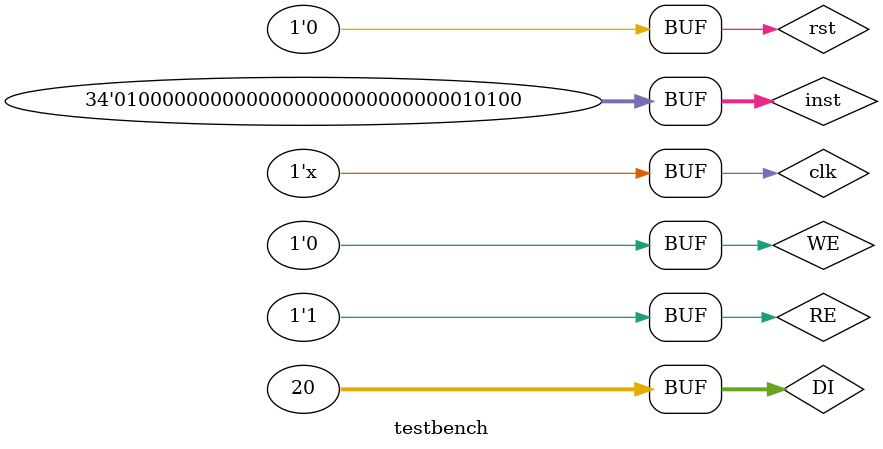
<source format=v>
`timescale 1ns / 1ps


module testbench(

    );
    reg clk;
    reg rst;
    parameter   cycle =10;
    always #(cycle/2) clk=~clk;
    reg [31:0]  DI;
    reg RE;
    reg WE;
    wire    [31:0]  res;
    wire [33:0]  inst;


//-------- 写2拍 后 同时读写一拍 冲突1次 再写满后 读空 ---------//
    // initial begin
    //     rst = 1'b1;
    //     clk = 1'b1;
    //     WE  = 1'b0;
    //     RE  = 1'b0;
    //     DI  = 32'hffffffff;
        
    // #20 rst = 1'b0;
    //     WE  = 1'b1;
    //     RE  = 1'b0;
    //     DI  = 32'd1;    
    // #10 DI  = 32'd2;    
    // #10 DI  = 32'd3;    
    //     RE  = 1'b1;
    // #10 DI  = 32'd4;
    //     RE  = 1'b0;    
    // #10 DI  = 32'd5;    
    // #10 DI  = 32'd6;    
    // #10 DI  = 32'd7;
    // #10 DI  = 32'd8;
    // #10 RE  = 1'b1;
    //     WE  = 1'b0;
    // end
// -----------end------------------//

// ----------写一拍 后 同时读写 无读写冲突-----//
    // initial begin
    //     rst = 1'b1;
    //     clk = 1'b1;
    //     WE  = 1'b0;
    //     RE  = 1'b0;
    //     DI  = 32'hffffffff;
        
    // #20 rst = 1'b0;
    //     WE  = 1'b1;
    //     RE  = 1'b0;
    //     DI  = 32'd1;    
    // #10 DI  = 32'd2;    
    //     RE  = 1'b1;
    // #10 DI  = 32'd3;    
    //     RE  = 1'b1;
    // #10 DI  = 32'd4;
    // #10 DI  = 32'd5;    
    // #10 DI  = 32'd6;    
    // #10 DI  = 32'd7;
    // #10 DI  = 32'd8;
    // #10 RE  = 1'b1;
    //     WE  = 1'b0;
    // end
// ---------------end--------------------//


// --------写两拍后 同时读写 发生读写冲突----------//
    // initial begin
    //     rst = 1'b1;
    //     clk = 1'b1;
    //     WE  = 1'b0;
    //     RE  = 1'b0;
    //     DI  = 32'hffffffff;
        
    // #20 rst = 1'b0;
    //     WE  = 1'b1;
    //     RE  = 1'b0;
    //     DI  = 32'd1;    
    // #10 DI  = 32'd2;    
    //     // RE  = 1'b1;
    // #10 DI  = 32'd3;    
    //     RE  = 1'b1;
    // #10 DI  = 32'd4;
    //     // RE  = 1'b0;    
    // #10 DI  = 32'd5;    
    // #10 DI  = 32'd6;    
    // #10 DI  = 32'd7;
    // #10 DI  = 32'd8;
    // #10 RE  = 1'b1;
    //     WE  = 1'b0;
    // end

// ----------一直写 直到写满 -------------//
    // initial begin
    //     rst = 1'b1;
    //     clk = 1'b1;
    //     WE  = 1'b0;
    //     RE  = 1'b0;
    //     DI  = 32'hffffffff;
        
    // #20 rst = 1'b0;
    //     WE  = 1'b1;
    //     RE  = 1'b0;
    //     DI  = 32'd1;    
    // #10 DI  = 32'd2;    
    // #10 DI  = 32'd3;    
    // #10 DI  = 32'd4;    
    // #10 DI  = 32'd5;    
    // #10 DI  = 32'd6;    
    // #10 DI  = 32'd7;
    // #10 DI  = 32'd8;    
    // #10 DI  = 32'd9;    
    // #10 DI  = 32'd10;

    // #10 DI  = 32'd11;
    // #10 DI  = 32'd12;
    // end
// ------------end------------------//

// -------------先写后读 直到读空---------///
    // initial begin
    //     rst = 1'b1;
    //     clk = 1'b1;
    //     WE  = 1'b0;
    //     RE  = 1'b0;
    //     DI  = 32'hffffffff;
    // #20 rst = 1'b0;
    //     WE  = 1'b1;
    //     RE  = 1'b0;
    //     DI  = 32'd1;    
    // #10 DI  = 32'd2;  
    // #10 DI  = 32'd3;  
    // #10 DI  = 32'd4;    
    // #10 DI  = 32'd5;    
    // #10 DI  = 32'd6;    
    // #10 DI  = 32'd7;
    // #10 DI  = 32'd8;    
    // #10 DI  = 32'd9;    
    // #10 DI  = 32'd10;    
    // #10 DI  = 32'd11;
    // #10 DI  = 32'd12;
    // #10 RE  = 1'b1;
    //     WE  = 1'b0;
    // end

// -----------------end------------------//

// ------写5个  读5个 再写5个------------ //
    // initial begin
    //     rst = 1'b1;
    //     clk = 1'b1;
    //     WE  = 1'b0;
    //     RE  = 1'b0;
    //     DI  = 32'hffffffff;
    // #20 rst = 1'b0;
    //     WE  = 1'b1;
    //     DI  = 32'd1;    
    // #10 DI  = 32'd2;    
    //     // RE  = 1'b1;
    // #10 DI  = 32'd3;    
    //     // RE  = 1'b1;
    // #10 DI  = 32'd4;
    //     // RE  = 1'b0;    
    // #10 DI  = 32'd5;
    // #10 WE  = 1'b0;
    //     RE  = 1'b1;     
    // #50 DI  = 32'd6;
    //     RE  = 1'b0;    
    //     WE  = 1'b1;
    // #10 DI  = 32'd7;
    // #10 DI  = 32'd8;    
    // #10 DI  = 32'd9;    
    // #10 DI  = 32'd10;    
    // #10 DI  = 32'd11;
    // #10 DI  = 32'd12;
    // #10 RE  = 1'b1;
    //     WE  = 1'b0;
    // end
// -----------------end-------------------//

// ------写5个  读写同时 ------------ //
    // initial begin
    //     rst = 1'b1;
    //     clk = 1'b1;
    //     WE  = 1'b0;
    //     RE  = 1'b0;
    //     DI  = 32'hffffffff;
    // #20 rst = 1'b0;
    //     WE  = 1'b1;
    //     DI  = 32'd1;    
    // #10 DI  = 32'd2;    
    //     // RE  = 1'b1;
    // #10 DI  = 32'd3;    
    //     // RE  = 1'b1;
    // #10 DI  = 32'd4;
    //     // RE  = 1'b0;    
    // #10 DI  = 32'd5;
    //     RE  = 1'b1;     
    // #10 DI  = 32'd6;
    // #10 DI  = 32'd7;
    // #10 DI  = 32'd8;    
    // #10 DI  = 32'd9;    
    // #10 DI  = 32'd10;    
    // #10 DI  = 32'd11;
    // #10 DI  = 32'd12;
    // #10 WE  = 1'b0;
    // end
// -----------------end-------------------//



// -------------先写满 写满后 同时读写-------//
    initial begin
        rst = 1'b1;
        clk = 1'b1;
        WE  = 1'b0;
        RE  = 1'b0;
        DI  = 32'hffffffff;
        
    #20 rst = 1'b0;
        WE  = 1'b1;
        DI  = 32'd1;    
    #10 DI  = 32'd2;    
    #10 DI  = 32'd3;    
    #10 DI  = 32'd4;    
    #10 DI  = 32'd5;    
    #10 DI  = 32'd6;    
    #10 DI  = 32'd7;
    #10 DI  = 32'd8; 
    #10 DI  = 32'd9;
        RE  = 1'b1;
    #10 DI  = 32'd10;
    #10 DI  = 32'd11;
    #10 DI  = 32'd12;
        // RE  = 1'b1;       
    #10 DI  = 32'd13;
    #10 DI  = 32'd14;
    #10 DI  = 32'd15;
    #10 DI  = 32'd16;
    #10 DI  = 32'd17;
    #10 DI  = 32'd18;
    #10 DI  = 32'd19;
    #10 DI  = 32'd20;
    #10 WE  = 1'b0;
    end
// ------------end------------------//

    assign  inst = {WE, RE, DI};    

    wire read_valid;
    instruction ins1(
        .inst(inst),
        .clk (clk),
        .rst (rst),
        .res (res),
        .read_valid (read_valid)
    );

endmodule
</source>
